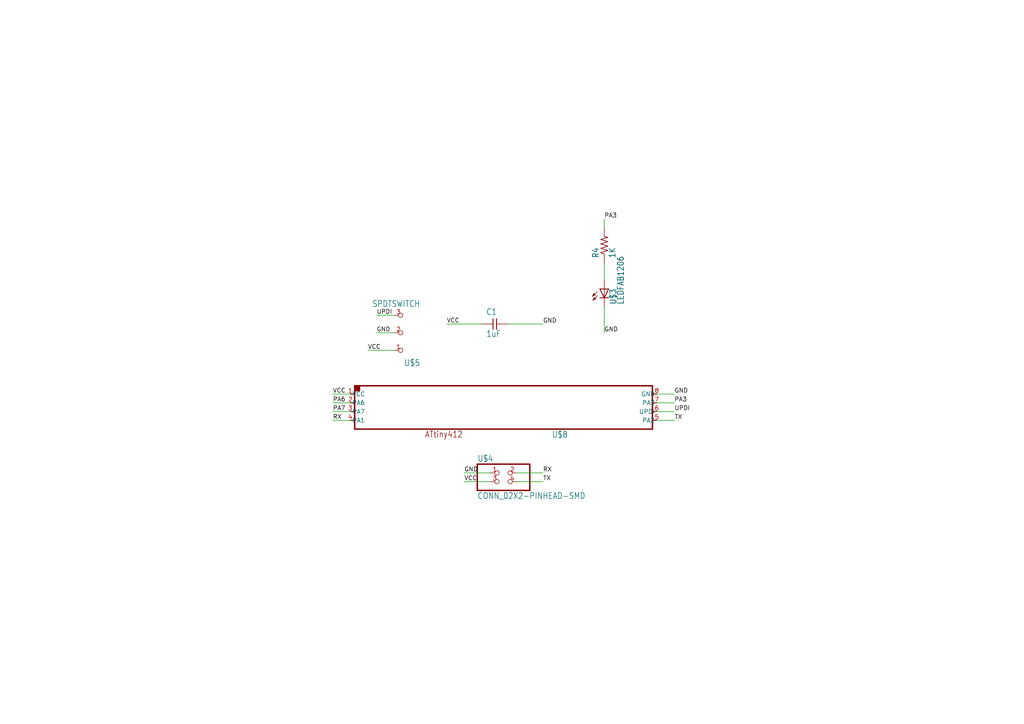
<source format=kicad_sch>
(kicad_sch (version 20211123) (generator eeschema)
  (paper "A4")
  (lib_symbols
    (symbol "ATtiny412_networking_node-eagle-import:CAP_UNPOLARIZEDFAB"
      (property "Reference" "C" (at -3.81 2.54 0))
      (property "Value" "CAP_UNPOLARIZEDFAB" (at -3.81 -3.81 0))
      (symbol "CAP_UNPOLARIZEDFAB_1_0"
        (polyline (pts (xy -2.54 0) (xy -1.778 0)) (stroke (width 0.1524)))
        (polyline (pts (xy -1.778 0) (xy -1.778 -1.524)) (stroke (width 0.254)))
        (polyline (pts (xy -1.778 1.524) (xy -1.778 0)) (stroke (width 0.254)))
        (polyline (pts (xy -0.762 0) (xy -0.762 -1.524)) (stroke (width 0.254)))
        (polyline (pts (xy -0.762 0) (xy 0 0)) (stroke (width 0.1524)))
        (polyline (pts (xy -0.762 1.524) (xy -0.762 0)) (stroke (width 0.254)))
        (pin passive line (at -5.08 0 0) (length 2.54) (name "1") (number "1"))
        (pin passive line (at 2.54 0 180) (length 2.54) (name "2") (number "2"))
      )
    )
    (symbol "ATtiny412_networking_node-eagle-import:CONN_02X2-PINHEAD-SMD"
      (property "Value" "CONN_02X2-PINHEAD-SMD" (at -8.89 -5.08 0))
      (symbol "CONN_02X2-PINHEAD-SMD_1_0"
        (polyline (pts (xy -8.89 -2.54) (xy 6.35 -2.54)) (stroke (width 0.4064)))
        (polyline (pts (xy -8.89 5.08) (xy -8.89 -2.54)) (stroke (width 0.4064)))
        (polyline (pts (xy 6.35 -2.54) (xy 6.35 5.08)) (stroke (width 0.4064)))
        (polyline (pts (xy 6.35 5.08) (xy -8.89 5.08)) (stroke (width 0.4064)))
        (pin passive inverted (at -5.08 2.54 0) (length 2.54) (name "1") (number "1"))
        (pin passive inverted (at 2.54 2.54 180) (length 2.54) (name "2") (number "2"))
        (pin passive inverted (at -5.08 0 0) (length 2.54) (name "3") (number "3"))
        (pin passive inverted (at 2.54 0 180) (length 2.54) (name "4") (number "4"))
      )
    )
    (symbol "ATtiny412_networking_node-eagle-import:LEDFAB1206"
      (property "Value" "LEDFAB1206" (at 5.715 -2.032 90))
      (symbol "LEDFAB1206_1_0"
        (polyline (pts (xy -2.032 1.778) (xy -3.429 0.381)) (stroke (width 0.1524)))
        (polyline (pts (xy -1.905 0.635) (xy -3.302 -0.762)) (stroke (width 0.1524)))
        (polyline (pts (xy 0 0) (xy -1.27 0)) (stroke (width 0.254)))
        (polyline (pts (xy 0 0) (xy -1.27 2.54)) (stroke (width 0.254)))
        (polyline (pts (xy 0 2.54) (xy -1.27 2.54)) (stroke (width 0.254)))
        (polyline (pts (xy 0 2.54) (xy 0 0)) (stroke (width 0.1524)))
        (polyline (pts (xy 1.27 0) (xy 0 0)) (stroke (width 0.254)))
        (polyline (pts (xy 1.27 2.54) (xy 0 0)) (stroke (width 0.254)))
        (polyline (pts (xy 1.27 2.54) (xy 0 2.54)) (stroke (width 0.254)))
        (polyline (pts (xy -3.429 0.381) (xy -3.048 1.27) (xy -2.54 0.762)) (fill (type outline)))
        (polyline (pts (xy -3.302 -0.762) (xy -2.921 0.127) (xy -2.413 -0.381)) (fill (type outline)))
        (pin passive line (at 0 5.08 270) (length 2.54) (name "A") (number "1"))
        (pin passive line (at 0 -2.54 90) (length 2.54) (name "C") (number "2"))
      )
    )
    (symbol "ATtiny412_networking_node-eagle-import:R1206FAB"
      (property "Reference" "R" (at -3.81 1.4986 0))
      (property "Value" "R1206FAB" (at -3.81 -3.302 0))
      (symbol "R1206FAB_1_0"
        (polyline (pts (xy -2.54 0) (xy -2.159 1.016)) (stroke (width 0.2032)))
        (polyline (pts (xy -2.159 1.016) (xy -1.524 -1.016)) (stroke (width 0.2032)))
        (polyline (pts (xy -1.524 -1.016) (xy -0.889 1.016)) (stroke (width 0.2032)))
        (polyline (pts (xy -0.889 1.016) (xy -0.254 -1.016)) (stroke (width 0.2032)))
        (polyline (pts (xy -0.254 -1.016) (xy 0.381 1.016)) (stroke (width 0.2032)))
        (polyline (pts (xy 0.381 1.016) (xy 1.016 -1.016)) (stroke (width 0.2032)))
        (polyline (pts (xy 1.016 -1.016) (xy 1.651 1.016)) (stroke (width 0.2032)))
        (polyline (pts (xy 1.651 1.016) (xy 2.286 -1.016)) (stroke (width 0.2032)))
        (polyline (pts (xy 2.286 -1.016) (xy 2.54 0)) (stroke (width 0.2032)))
        (pin passive line (at -5.08 0 0) (length 2.54) (name "1") (number "1"))
        (pin passive line (at 5.08 0 180) (length 2.54) (name "2") (number "2"))
      )
    )
    (symbol "ATtiny412_networking_node-eagle-import:SPDTSWITCH"
      (property "Value" "SPDTSWITCH" (at -7.62 -9.398 0))
      (symbol "SPDTSWITCH_1_0"
        (pin passive inverted (at 0 5.08 180) (length 2.54) (name "1") (number "1"))
        (pin passive inverted (at 0 0 180) (length 2.54) (name "2") (number "2"))
        (pin passive inverted (at 0 -5.08 180) (length 2.54) (name "3") (number "3"))
      )
    )
    (symbol "ATtiny412_networking_node-eagle-import:UC_ATTINY45SI"
      (symbol "UC_ATTINY45SI_1_0"
        (rectangle (start -51.816 5.969) (end -50.546 7.239) (fill (type outline)))
        (polyline (pts (xy -53.34 -2.54) (xy -52.07 -2.54)) (stroke (width 0.254)))
        (polyline (pts (xy -53.34 0) (xy -52.07 0)) (stroke (width 0.254)))
        (polyline (pts (xy -53.34 2.54) (xy -52.07 2.54)) (stroke (width 0.254)))
        (polyline (pts (xy -53.34 5.08) (xy -52.07 5.08)) (stroke (width 0.254)))
        (polyline (pts (xy -52.07 -5.08) (xy 34.29 -5.08)) (stroke (width 0.4064)))
        (polyline (pts (xy -52.07 -2.54) (xy -52.07 -5.08)) (stroke (width 0.4064)))
        (polyline (pts (xy -52.07 0) (xy -52.07 -2.54)) (stroke (width 0.4064)))
        (polyline (pts (xy -52.07 2.54) (xy -52.07 0)) (stroke (width 0.4064)))
        (polyline (pts (xy -52.07 5.08) (xy -52.07 2.54)) (stroke (width 0.4064)))
        (polyline (pts (xy -52.07 7.493) (xy -52.07 5.08)) (stroke (width 0.4064)))
        (polyline (pts (xy 34.29 -5.08) (xy 34.29 -2.54)) (stroke (width 0.4064)))
        (polyline (pts (xy 34.29 -2.54) (xy 34.29 0)) (stroke (width 0.4064)))
        (polyline (pts (xy 34.29 -2.54) (xy 35.56 -2.54)) (stroke (width 0.254)))
        (polyline (pts (xy 34.29 0) (xy 34.29 2.54)) (stroke (width 0.4064)))
        (polyline (pts (xy 34.29 0) (xy 35.56 0)) (stroke (width 0.254)))
        (polyline (pts (xy 34.29 2.54) (xy 34.29 5.08)) (stroke (width 0.4064)))
        (polyline (pts (xy 34.29 2.54) (xy 35.56 2.54)) (stroke (width 0.254)))
        (polyline (pts (xy 34.29 5.08) (xy 34.29 7.493)) (stroke (width 0.4064)))
        (polyline (pts (xy 34.29 5.08) (xy 35.56 5.08)) (stroke (width 0.254)))
        (polyline (pts (xy 34.29 7.493) (xy -52.07 7.493)) (stroke (width 0.4064)))
        (text "ATtiny412" (at -31.75 -7.62 0) (effects (font (size 1.778 1.5113)) (justify left bottom)))
        (pin bidirectional line (at -53.34 5.08 0) (length 0) (name "VCC") (number "1"))
        (pin bidirectional line (at -53.34 2.54 0) (length 0) (name "PA6") (number "2"))
        (pin bidirectional line (at -53.34 0 0) (length 0) (name "PA7") (number "3"))
        (pin bidirectional line (at -53.34 -2.54 0) (length 0) (name "PA1") (number "4"))
        (pin bidirectional line (at 35.56 -2.54 180) (length 0) (name "PA2") (number "5"))
        (pin bidirectional line (at 35.56 0 180) (length 0) (name "UPDI") (number "6"))
        (pin bidirectional line (at 35.56 2.54 180) (length 0) (name "PA3") (number "7"))
        (pin bidirectional line (at 35.56 5.08 180) (length 0) (name "GND") (number "8"))
      )
    )
  )
  (wire (pts (xy 101.6 119.38) (xy 96.52 119.38)))
  (wire (pts (xy 142.24 137.16) (xy 134.62 137.16)))
  (wire (pts (xy 149.86 137.16) (xy 157.48 137.16)))
  (wire (pts (xy 149.86 139.7) (xy 157.48 139.7)))
  (wire (pts (xy 147.32 93.98) (xy 157.48 93.98)))
  (wire (pts (xy 175.26 88.9) (xy 175.26 96.52)))
  (wire (pts (xy 190.5 114.3) (xy 195.58 114.3)))
  (wire (pts (xy 175.26 66.04) (xy 175.26 63.5)))
  (wire (pts (xy 114.3 91.44) (xy 109.22 91.44)))
  (wire (pts (xy 101.6 121.92) (xy 96.52 121.92)))
  (wire (pts (xy 114.3 101.6) (xy 106.68 101.6)))
  (wire (pts (xy 190.5 116.84) (xy 195.58 116.84)))
  (wire (pts (xy 142.24 139.7) (xy 134.62 139.7)))
  (wire (pts (xy 175.26 81.28) (xy 175.26 76.2)))
  (wire (pts (xy 190.5 119.38) (xy 195.58 119.38)))
  (wire (pts (xy 101.6 116.84) (xy 96.52 116.84)))
  (wire (pts (xy 101.6 114.3) (xy 96.52 114.3)))
  (wire (pts (xy 139.7 93.98) (xy 129.54 93.98)))
  (wire (pts (xy 114.3 96.52) (xy 109.22 96.52)))
  (wire (pts (xy 190.5 121.92) (xy 195.58 121.92)))
  (label "PA6" (at 96.52 116.84 0) (effects (font (size 1.2446 1.2446))))
  (label "GND" (at 157.48 93.98 0) (effects (font (size 1.2446 1.2446))))
  (label "PA7" (at 96.52 119.38 0) (effects (font (size 1.2446 1.2446))))
  (label "VCC" (at 106.68 101.6 0) (effects (font (size 1.2446 1.2446))))
  (label "RX" (at 96.52 121.92 0) (effects (font (size 1.2446 1.2446))))
  (label "PA3" (at 175.26 63.5 0) (effects (font (size 1.2446 1.2446))))
  (label "UPDI" (at 195.58 119.38 0) (effects (font (size 1.2446 1.2446))))
  (label "GND" (at 109.22 96.52 0) (effects (font (size 1.2446 1.2446))))
  (label "VCC" (at 129.54 93.98 0) (effects (font (size 1.2446 1.2446))))
  (label "GND" (at 134.62 137.16 0) (effects (font (size 1.2446 1.2446))))
  (label "TX" (at 195.58 121.92 0) (effects (font (size 1.2446 1.2446))))
  (label "TX" (at 157.48 139.7 0) (effects (font (size 1.2446 1.2446))))
  (label "PA3" (at 195.58 116.84 0) (effects (font (size 1.2446 1.2446))))
  (label "VCC" (at 96.52 114.3 0) (effects (font (size 1.2446 1.2446))))
  (label "GND" (at 175.26 96.52 0) (effects (font (size 1.2446 1.2446))))
  (label "RX" (at 157.48 137.16 0) (effects (font (size 1.2446 1.2446))))
  (label "UPDI" (at 109.22 91.44 0) (effects (font (size 1.2446 1.2446))))
  (label "VCC" (at 134.62 139.7 0) (effects (font (size 1.2446 1.2446))))
  (label "GND" (at 195.58 114.3 0) (effects (font (size 1.2446 1.2446))))
  (symbol (lib_id "ATtiny412_networking_node-eagle-import:CONN_02X2-PINHEAD-SMD") (at 147.32 139.7 0)
    (property "Reference" "U$4" (at 138.43 133.985 0) (effects (font (size 1.778 1.5113)) (justify left bottom)))
    (property "Value" "CONN_02X2-PINHEAD-SMD" (at 138.43 144.78 0) (effects (font (size 1.778 1.5113)) (justify left bottom)))
    (property "Footprint" "ATtiny412_networking_node:2X02SMD" (effects hide))
  )
  (symbol (lib_id "ATtiny412_networking_node-eagle-import:UC_ATTINY45SI") (at 154.94 119.38 0)
    (property "Reference" "U$8" (at 160.02 127 0) (effects (font (size 1.778 1.5113)) (justify left bottom)))
    (property "Value" "UC_ATTINY45SI" (effects hide))
    (property "Footprint" "ATtiny412_networking_node:SOIC8" (effects hide))
  )
  (symbol (lib_id "ATtiny412_networking_node-eagle-import:CAP_UNPOLARIZEDFAB") (at 144.78 93.98 0)
    (property "Reference" "C1" (at 140.97 91.44 0) (effects (font (size 1.778 1.5113)) (justify left bottom)))
    (property "Value" "1uF" (at 140.97 97.79 0) (effects (font (size 1.778 1.5113)) (justify left bottom)))
    (property "Footprint" "ATtiny412_networking_node:C1206FAB" (effects hide))
  )
  (symbol (lib_id "ATtiny412_networking_node-eagle-import:SPDTSWITCH") (at 114.3 96.52 180)
    (property "Reference" "U$5" (at 121.92 104.267 0) (effects (font (size 1.778 1.5113)) (justify left bottom)))
    (property "Value" "SPDTSWITCH" (at 121.92 87.122 0) (effects (font (size 1.778 1.5113)) (justify left bottom)))
    (property "Footprint" "ATtiny412_networking_node:SPDTSWITCH" (effects hide))
  )
  (symbol (lib_id "ATtiny412_networking_node-eagle-import:LEDFAB1206") (at 175.26 86.36 0)
    (property "Reference" "U$3" (at 178.816 88.392 90) (effects (font (size 1.778 1.5113)) (justify left bottom)))
    (property "Value" "LEDFAB1206" (at 180.975 88.392 90) (effects (font (size 1.778 1.5113)) (justify left bottom)))
    (property "Footprint" "ATtiny412_networking_node:LED1206FAB" (effects hide))
  )
  (symbol (lib_id "ATtiny412_networking_node-eagle-import:R1206FAB") (at 175.26 71.12 90)
    (property "Reference" "R4" (at 173.7614 74.93 0) (effects (font (size 1.778 1.5113)) (justify left bottom)))
    (property "Value" "1K" (at 178.562 74.93 0) (effects (font (size 1.778 1.5113)) (justify left bottom)))
    (property "Footprint" "ATtiny412_networking_node:R1206FAB" (effects hide))
  )
)
</source>
